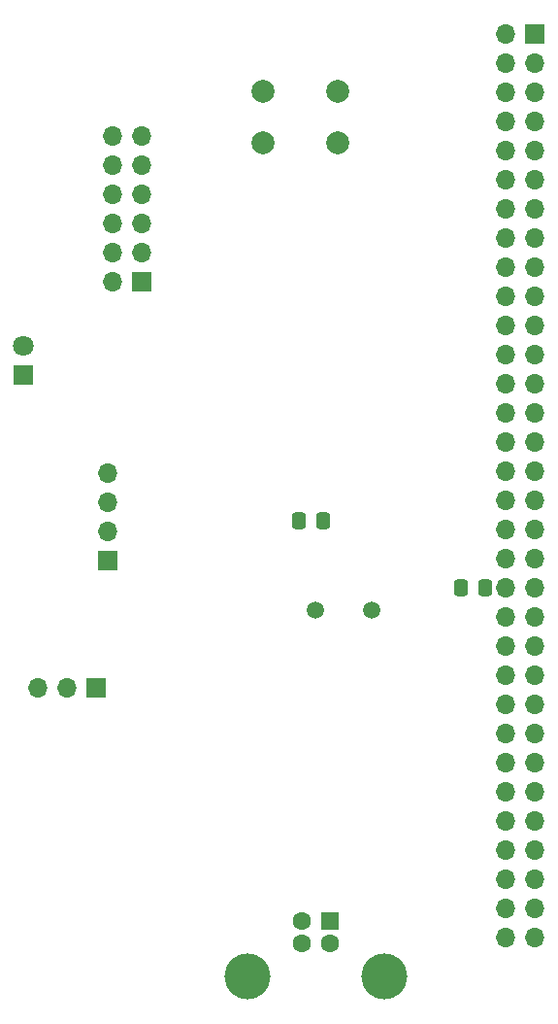
<source format=gbs>
G04 #@! TF.GenerationSoftware,KiCad,Pcbnew,(6.0.1)*
G04 #@! TF.CreationDate,2022-09-17T15:02:50-04:00*
G04 #@! TF.ProjectId,LB-Logic-01,4c422d4c-6f67-4696-932d-30312e6b6963,1*
G04 #@! TF.SameCoordinates,Original*
G04 #@! TF.FileFunction,Soldermask,Bot*
G04 #@! TF.FilePolarity,Negative*
%FSLAX46Y46*%
G04 Gerber Fmt 4.6, Leading zero omitted, Abs format (unit mm)*
G04 Created by KiCad (PCBNEW (6.0.1)) date 2022-09-17 15:02:50*
%MOMM*%
%LPD*%
G01*
G04 APERTURE LIST*
G04 Aperture macros list*
%AMRoundRect*
0 Rectangle with rounded corners*
0 $1 Rounding radius*
0 $2 $3 $4 $5 $6 $7 $8 $9 X,Y pos of 4 corners*
0 Add a 4 corners polygon primitive as box body*
4,1,4,$2,$3,$4,$5,$6,$7,$8,$9,$2,$3,0*
0 Add four circle primitives for the rounded corners*
1,1,$1+$1,$2,$3*
1,1,$1+$1,$4,$5*
1,1,$1+$1,$6,$7*
1,1,$1+$1,$8,$9*
0 Add four rect primitives between the rounded corners*
20,1,$1+$1,$2,$3,$4,$5,0*
20,1,$1+$1,$4,$5,$6,$7,0*
20,1,$1+$1,$6,$7,$8,$9,0*
20,1,$1+$1,$8,$9,$2,$3,0*%
G04 Aperture macros list end*
%ADD10R,1.700000X1.700000*%
%ADD11O,1.700000X1.700000*%
%ADD12R,1.600000X1.600000*%
%ADD13C,1.600000*%
%ADD14C,4.000000*%
%ADD15R,1.800000X1.800000*%
%ADD16C,1.800000*%
%ADD17C,1.500000*%
%ADD18C,2.000000*%
%ADD19RoundRect,0.250000X-0.337500X-0.475000X0.337500X-0.475000X0.337500X0.475000X-0.337500X0.475000X0*%
%ADD20RoundRect,0.250000X0.337500X0.475000X-0.337500X0.475000X-0.337500X-0.475000X0.337500X-0.475000X0*%
G04 APERTURE END LIST*
D10*
X179890000Y-54615000D03*
D11*
X177350000Y-54615000D03*
X179890000Y-57155000D03*
X177350000Y-57155000D03*
X179890000Y-59695000D03*
X177350000Y-59695000D03*
X179890000Y-62235000D03*
X177350000Y-62235000D03*
X179890000Y-64775000D03*
X177350000Y-64775000D03*
X179890000Y-67315000D03*
X177350000Y-67315000D03*
X179890000Y-69855000D03*
X177350000Y-69855000D03*
X179890000Y-72395000D03*
X177350000Y-72395000D03*
X179890000Y-74935000D03*
X177350000Y-74935000D03*
X179890000Y-77475000D03*
X177350000Y-77475000D03*
X179890000Y-80015000D03*
X177350000Y-80015000D03*
X179890000Y-82555000D03*
X177350000Y-82555000D03*
X179890000Y-85095000D03*
X177350000Y-85095000D03*
X179890000Y-87635000D03*
X177350000Y-87635000D03*
X179890000Y-90175000D03*
X177350000Y-90175000D03*
X179890000Y-92715000D03*
X177350000Y-92715000D03*
X179890000Y-95255000D03*
X177350000Y-95255000D03*
X179890000Y-97795000D03*
X177350000Y-97795000D03*
X179890000Y-100335000D03*
X177350000Y-100335000D03*
X179890000Y-102875000D03*
X177350000Y-102875000D03*
X179890000Y-105415000D03*
X177350000Y-105415000D03*
X179890000Y-107955000D03*
X177350000Y-107955000D03*
X179890000Y-110495000D03*
X177350000Y-110495000D03*
X179890000Y-113035000D03*
X177350000Y-113035000D03*
X179890000Y-115575000D03*
X177350000Y-115575000D03*
X179890000Y-118115000D03*
X177350000Y-118115000D03*
X179890000Y-120655000D03*
X177350000Y-120655000D03*
X179890000Y-123195000D03*
X177350000Y-123195000D03*
X179890000Y-125735000D03*
X177350000Y-125735000D03*
X179890000Y-128275000D03*
X177350000Y-128275000D03*
X179890000Y-130815000D03*
X177350000Y-130815000D03*
X179890000Y-133355000D03*
X177350000Y-133355000D03*
D10*
X142652600Y-100523200D03*
D11*
X142652600Y-97983200D03*
X142652600Y-95443200D03*
X142652600Y-92903200D03*
D12*
X162032000Y-131896500D03*
D13*
X159532000Y-131896500D03*
X159532000Y-133896500D03*
X162032000Y-133896500D03*
D14*
X154782000Y-136756500D03*
X166782000Y-136756500D03*
D15*
X135280400Y-84333000D03*
D16*
X135280400Y-81793000D03*
D10*
X141615400Y-111601400D03*
D11*
X139075400Y-111601400D03*
X136535400Y-111601400D03*
D17*
X165645000Y-104775000D03*
X160765000Y-104775000D03*
D18*
X156160400Y-59573600D03*
X162660400Y-59573600D03*
X162660400Y-64073600D03*
X156160400Y-64073600D03*
D10*
X145604000Y-76200000D03*
D11*
X143064000Y-76200000D03*
X145604000Y-73660000D03*
X143064000Y-73660000D03*
X145604000Y-71120000D03*
X143064000Y-71120000D03*
X145604000Y-68580000D03*
X143064000Y-68580000D03*
X145604000Y-66040000D03*
X143064000Y-66040000D03*
X145604000Y-63500000D03*
X143064000Y-63500000D03*
D19*
X159338100Y-97028000D03*
X161413100Y-97028000D03*
D20*
X175535500Y-102870000D03*
X173460500Y-102870000D03*
M02*

</source>
